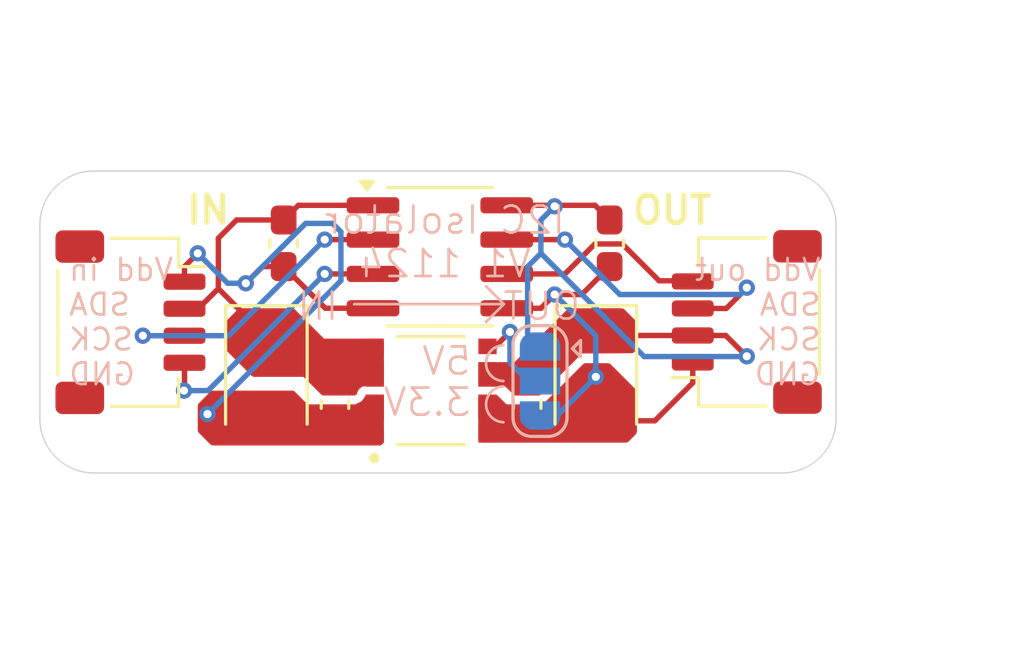
<source format=kicad_pcb>
(kicad_pcb (version 20240108) (generator "pcbnew") (generator_version "8.0")
  (title_block (comment 4 "AISLER Project ID: KXXBBYCQ"))
  (layers (0 "F.Cu" signal) (31 "B.Cu" signal) (34 "B.Paste" user) (35 "F.Paste" user) (36 "B.SilkS" user "B.Silkscreen") (37 "F.SilkS" user "F.Silkscreen") (38 "B.Mask" user) (39 "F.Mask" user) (44 "Edge.Cuts" user))
  (net 0 "")
  (net 1 "+5V")
  (net 2 "GND")
  (net 3 "+5Viso")
  (net 4 "GNDiso")
  (net 5 "SDA1")
  (net 6 "SCK1")
  (net 7 "SDA1iso")
  (net 8 "SCK1iso")
  (net 9 "Net-(JP1-C)")
  (footprint "Connector_JST:JST_SH_SM04B-SRSS-TB_1x04-1MP_P1.00mm_Horizontal" (layer "F.Cu") (at 136.448 76.21 -90)
    (property "Reference" "J6" (hide yes))
    (property "Value" "Conn_01x04_Socket")
    (fp_line (start -1.94 2.685) (end 1.94 2.685) (stroke (width 0.12)) (layer "F.SilkS"))
    (fp_line (start -3.11 0.715) (end -3.11 -1.785) (stroke (width 0.12)) (layer "F.SilkS"))
    (fp_line (start 3.11 0.715) (end 3.11 -1.785) (stroke (width 0.12)) (layer "F.SilkS"))
    (fp_line (start -3.11 -1.785) (end -2.06 -1.785) (stroke (width 0.12)) (layer "F.SilkS"))
    (fp_line (start -2.06 -1.785) (end -2.06 -2.775) (stroke (width 0.12)) (layer "F.SilkS"))
    (fp_line (start 3.11 -1.785) (end 2.06 -1.785) (stroke (width 0.12)) (layer "F.SilkS"))
    (pad "1" smd roundrect (at -1.5 -2 270) (size 0.6 1.55) (layers "F.Cu" "F.Paste" "F.Mask") (net 2 "GND"))
    (pad "2" smd roundrect (at -0.5 -2 270) (size 0.6 1.55) (layers "F.Cu" "F.Paste" "F.Mask") (net 1 "+5V"))
    (pad "3" smd roundrect (at 0.5 -2 270) (size 0.6 1.55) (layers "F.Cu" "F.Paste" "F.Mask") (net 5 "SDA1"))
    (pad "4" smd roundrect (at 1.5 -2 270) (size 0.6 1.55) (layers "F.Cu" "F.Paste" "F.Mask") (net 6 "SCK1"))
    (pad "MP" smd roundrect (at -2.8 1.875 270) (size 1.2 1.8) (layers "F.Cu" "F.Paste" "F.Mask") (roundrect_rratio 0.208333))
    (pad "MP" smd roundrect (at 2.8 1.875 270) (size 1.2 1.8) (layers "F.Cu" "F.Paste" "F.Mask") (roundrect_rratio 0.208333))
  )
  (footprint "Capacitor_SMD:C_0603_1608Metric_Pad1.08x0.95mm_HandSolder" (layer "F.Cu") (at 142.118 73.288 -90)
    (property "Reference" "C1" (hide yes))
    (property "Value" "100n")
    (fp_line (start -0.146267 0.51) (end 0.146267 0.51) (stroke (width 0.12)) (layer "F.SilkS"))
    (fp_line (start -0.146267 -0.51) (end 0.146267 -0.51) (stroke (width 0.12)) (layer "F.SilkS"))
    (pad "1" smd roundrect (at -0.8625 0 270) (size 1.075 0.95) (layers "F.Cu" "F.Paste" "F.Mask") (net 1 "+5V"))
    (pad "2" smd roundrect (at 0.8625 0 270) (size 1.075 0.95) (layers "F.Cu" "F.Paste" "F.Mask") (net 2 "GND"))
  )
  (footprint "Capacitor_SMD:C_0603_1608Metric_Pad1.08x0.95mm_HandSolder" (layer "F.Cu") (at 151.13 79.248 -90)
    (property "Reference" "C5" (hide yes))
    (property "Value" "100n")
    (fp_line (start -0.146267 0.51) (end 0.146267 0.51) (stroke (width 0.12)) (layer "F.SilkS"))
    (fp_line (start -0.146267 -0.51) (end 0.146267 -0.51) (stroke (width 0.12)) (layer "F.SilkS"))
    (pad "1" smd roundrect (at -0.8625 0 270) (size 1.075 0.95) (layers "F.Cu" "F.Paste" "F.Mask") (net 3 "+5Viso"))
    (pad "2" smd roundrect (at 0.8625 0 270) (size 1.075 0.95) (layers "F.Cu" "F.Paste" "F.Mask") (net 4 "GNDiso"))
  )
  (footprint "Package_SO:SOIC-8_3.9x4.9mm_P1.27mm" (layer "F.Cu") (at 147.898 73.787)
    (property "Reference" "U1" (hide yes))
    (property "Value" "ISO1641B")
    (fp_line (start 0 -2.56) (end -1.95 -2.56) (stroke (width 0.12)) (layer "F.SilkS"))
    (fp_line (start 0 -2.56) (end 1.95 -2.56) (stroke (width 0.12)) (layer "F.SilkS"))
    (fp_line (start 0 2.56) (end -1.95 2.56) (stroke (width 0.12)) (layer "F.SilkS"))
    (fp_line (start 0 2.56) (end 1.95 2.56) (stroke (width 0.12)) (layer "F.SilkS"))
    (fp_poly (pts (xy -2.7 -2.465) (xy -2.94 -2.795) (xy -2.46 -2.795) (xy -2.7 -2.465)) (stroke (width 0.12)) (fill solid) (layer "F.SilkS"))
    (pad "1" smd roundrect (at -2.475 -1.905) (size 1.95 0.6) (layers "F.Cu" "F.Paste" "F.Mask") (net 1 "+5V"))
    (pad "2" smd roundrect (at -2.475 -0.635) (size 1.95 0.6) (layers "F.Cu" "F.Paste" "F.Mask") (net 5 "SDA1"))
    (pad "3" smd roundrect (at -2.475 0.635) (size 1.95 0.6) (layers "F.Cu" "F.Paste" "F.Mask") (net 6 "SCK1"))
    (pad "4" smd roundrect (at -2.475 1.905) (size 1.95 0.6) (layers "F.Cu" "F.Paste" "F.Mask") (net 2 "GND"))
    (pad "5" smd roundrect (at 2.475 1.905) (size 1.95 0.6) (layers "F.Cu" "F.Paste" "F.Mask") (net 4 "GNDiso"))
    (pad "6" smd roundrect (at 2.475 0.635) (size 1.95 0.6) (layers "F.Cu" "F.Paste" "F.Mask") (net 8 "SCK1iso"))
    (pad "7" smd roundrect (at 2.475 -0.635) (size 1.95 0.6) (layers "F.Cu" "F.Paste" "F.Mask") (net 7 "SDA1iso"))
    (pad "8" smd roundrect (at 2.475 -1.905) (size 1.95 0.6) (layers "F.Cu" "F.Paste" "F.Mask") (net 3 "+5Viso"))
  )
  (footprint "Connector_JST:JST_SH_SM04B-SRSS-TB_1x04-1MP_P1.00mm_Horizontal" (layer "F.Cu") (at 159.258 76.2 90)
    (property "Reference" "J5" (hide yes))
    (property "Value" "Conn_01x04_Socket")
    (fp_line (start 3.11 -1.785) (end 2.06 -1.785) (stroke (width 0.12)) (layer "F.SilkS"))
    (fp_line (start -2.06 -1.785) (end -2.06 -2.775) (stroke (width 0.12)) (layer "F.SilkS"))
    (fp_line (start -3.11 -1.785) (end -2.06 -1.785) (stroke (width 0.12)) (layer "F.SilkS"))
    (fp_line (start 3.11 0.715) (end 3.11 -1.785) (stroke (width 0.12)) (layer "F.SilkS"))
    (fp_line (start -3.11 0.715) (end -3.11 -1.785) (stroke (width 0.12)) (layer "F.SilkS"))
    (fp_line (start -1.94 2.685) (end 1.94 2.685) (stroke (width 0.12)) (layer "F.SilkS"))
    (pad "1" smd roundrect (at -1.5 -2 90) (size 0.6 1.55) (layers "F.Cu" "F.Paste" "F.Mask") (net 4 "GNDiso"))
    (pad "2" smd roundrect (at -0.5 -2 90) (size 0.6 1.55) (layers "F.Cu" "F.Paste" "F.Mask") (net 3 "+5Viso"))
    (pad "3" smd roundrect (at 0.5 -2 90) (size 0.6 1.55) (layers "F.Cu" "F.Paste" "F.Mask") (net 7 "SDA1iso"))
    (pad "4" smd roundrect (at 1.5 -2 90) (size 0.6 1.55) (layers "F.Cu" "F.Paste" "F.Mask") (net 8 "SCK1iso"))
    (pad "MP" smd roundrect (at -2.8 1.875 90) (size 1.2 1.8) (layers "F.Cu" "F.Paste" "F.Mask") (roundrect_rratio 0.208333))
    (pad "MP" smd roundrect (at 2.8 1.875 90) (size 1.2 1.8) (layers "F.Cu" "F.Paste" "F.Mask") (roundrect_rratio 0.208333))
  )
  (footprint "Capacitor_SMD:C_0603_1608Metric_Pad1.08x0.95mm_HandSolder" (layer "F.Cu") (at 154.183 73.288 -90)
    (property "Reference" "C2" (hide yes))
    (property "Value" "100n")
    (fp_line (start -0.146267 0.51) (end 0.146267 0.51) (stroke (width 0.12)) (layer "F.SilkS"))
    (fp_line (start -0.146267 -0.51) (end 0.146267 -0.51) (stroke (width 0.12)) (layer "F.SilkS"))
    (pad "1" smd roundrect (at -0.8625 0 270) (size 1.075 0.95) (layers "F.Cu" "F.Paste" "F.Mask") (net 3 "+5Viso"))
    (pad "2" smd roundrect (at 0.8625 0 270) (size 1.075 0.95) (layers "F.Cu" "F.Paste" "F.Mask") (net 4 "GNDiso"))
  )
  (footprint "_PS_LIB_PCB:CONV_R05C1TF05S-R" (layer "F.Cu") (at 147.574 78.74 90)
    (property "Reference" "U2" (hide yes))
    (property "Value" "R05C1TF05S-R")
    (fp_line (start 2 -1.25) (end 2 1.25) (stroke (width 0.127)) (layer "F.SilkS"))
    (fp_line (start -2 -1.25) (end -2 1.25) (stroke (width 0.127)) (layer "F.SilkS"))
    (fp_circle (center -2.5 -2.1) (end -2.4 -2.1) (stroke (width 0.2)) (fill none) (layer "F.SilkS"))
    (pad "1" smd custom (at -1.6375 -2.0875 90) (size 0.1 0.1) (layers "F.Cu") (net 2 "GND") (options (clearance outline) (anchor rect)) (primitives (gr_poly (pts (xy -0.2875 -0.3375) (xy -0.2875 0.3375) (xy 0.1375 0.3375) (xy 0.2875 0.1875) (xy 0.2875 -0.3375)) (width 0.01) (fill yes))))
    (pad "2_3" smd custom (at -0.6 -2.0875 90) (size 0.3 0.3) (layers "F.Cu") (net 2 "GND") (options (clearance outline) (anchor rect)) (primitives (gr_poly (pts (xy -0.45 -0.3375) (xy -0.45 0.3375) (xy 0.45 0.3375) (xy 0.45 -0.3375) (xy 0.15 -0.3375) (xy 0.15 -0.2125) (xy -0.15 -0.2125) (xy -0.15 -0.3375)) (width 0.01) (fill yes))))
    (pad "4_5" smd custom (at 0.6 -2.0875 90) (size 0.3 0.3) (layers "F.Cu") (net 1 "+5V") (options (clearance outline) (anchor rect)) (primitives (gr_poly (pts (xy -0.45 -0.3375) (xy -0.45 0.3375) (xy 0.45 0.3375) (xy 0.45 -0.3375) (xy 0.15 -0.3375) (xy 0.15 -0.2125) (xy -0.15 -0.2125) (xy -0.15 -0.3375)) (width 0.01) (fill yes))))
    (pad "6" smd rect (at 1.6375 -2.0875 90) (size 0.575 0.675) (layers "F.Cu" "F.Paste" "F.Mask") (net 1 "+5V"))
    (pad "7" smd rect (at 1.6375 2.0875 90) (size 0.575 0.675) (layers "F.Cu" "F.Paste" "F.Mask") (net 9 "Net-(JP1-C)"))
    (pad "8_9" smd custom (at 0.6 2.0875 90) (size 0.3 0.3) (layers "F.Cu") (net 3 "+5Viso") (options (clearance outline) (anchor rect)) (primitives (gr_poly (pts (xy -0.45 0.3375) (xy -0.45 -0.3375) (xy 0.45 -0.3375) (xy 0.45 0.3375) (xy 0.15 0.3375) (xy 0.15 0.2125) (xy -0.15 0.2125) (xy -0.15 0.3375)) (width 0.01) (fill yes))))
    (pad "10_11" smd custom (at -0.6 2.0875 90) (size 0.3 0.3) (layers "F.Cu") (net 4 "GNDiso") (options (clearance outline) (anchor rect)) (primitives (gr_poly (pts (xy -0.45 0.3375) (xy -0.45 -0.3375) (xy 0.45 -0.3375) (xy 0.45 0.3375) (xy 0.15 0.3375) (xy 0.15 0.2125) (xy -0.15 0.2125) (xy -0.15 0.3375)) (width 0.01) (fill yes))))
    (pad "12" smd rect (at -1.6375 2.0875 90) (size 0.575 0.675) (layers "F.Cu" "F.Paste" "F.Mask") (net 4 "GNDiso"))
  )
  (footprint "Capacitor_SMD:C_0603_1608Metric_Pad1.08x0.95mm_HandSolder" (layer "F.Cu") (at 144.018 79.248 -90)
    (property "Reference" "C4" (hide yes))
    (property "Value" "100n")
    (fp_line (start -0.146267 0.51) (end 0.146267 0.51) (stroke (width 0.12)) (layer "F.SilkS"))
    (fp_line (start -0.146267 -0.51) (end 0.146267 -0.51) (stroke (width 0.12)) (layer "F.SilkS"))
    (pad "1" smd roundrect (at -0.8625 0 270) (size 1.075 0.95) (layers "F.Cu" "F.Paste" "F.Mask") (net 1 "+5V"))
    (pad "2" smd roundrect (at 0.8625 0 270) (size 1.075 0.95) (layers "F.Cu" "F.Paste" "F.Mask") (net 2 "GND"))
  )
  (footprint "Capacitor_Tantalum_SMD:CP_EIA-3528-21_Kemet-B_Pad1.50x2.35mm_HandSolder" (layer "F.Cu") (at 141.478 78.232 -90)
    (property "Reference" "C3" (hide yes))
    (property "Value" "22u")
    (fp_line (start -2.635 1.51) (end 1.75 1.51) (stroke (width 0.12)) (layer "F.SilkS"))
    (fp_line (start -2.635 -1.51) (end -2.635 1.51) (stroke (width 0.12)) (layer "F.SilkS"))
    (fp_line (start 1.75 -1.51) (end -2.635 -1.51) (stroke (width 0.12)) (layer "F.SilkS"))
    (pad "1" smd roundrect (at -1.625 0 270) (size 1.5 2.35) (layers "F.Cu" "F.Paste" "F.Mask") (roundrect_rratio 0.166667) (net 1 "+5V"))
    (pad "2" smd roundrect (at 1.625 0 270) (size 1.5 2.35) (layers "F.Cu" "F.Paste" "F.Mask") (roundrect_rratio 0.166667) (net 2 "GND"))
  )
  (footprint "Capacitor_Tantalum_SMD:CP_EIA-3528-21_Kemet-B_Pad1.50x2.35mm_HandSolder" (layer "F.Cu") (at 153.67 78.232 -90)
    (property "Reference" "C6" (hide yes))
    (property "Value" "22u")
    (fp_line (start -2.635 1.51) (end 1.75 1.51) (stroke (width 0.12)) (layer "F.SilkS"))
    (fp_line (start -2.635 -1.51) (end -2.635 1.51) (stroke (width 0.12)) (layer "F.SilkS"))
    (fp_line (start 1.75 -1.51) (end -2.635 -1.51) (stroke (width 0.12)) (layer "F.SilkS"))
    (pad "1" smd roundrect (at -1.625 0 270) (size 1.5 2.35) (layers "F.Cu" "F.Paste" "F.Mask") (roundrect_rratio 0.166667) (net 3 "+5Viso"))
    (pad "2" smd roundrect (at 1.625 0 270) (size 1.5 2.35) (layers "F.Cu" "F.Paste" "F.Mask") (roundrect_rratio 0.166667) (net 4 "GNDiso"))
  )
  (footprint "Jumper:SolderJumper-3_P1.3mm_Open_RoundedPad1.0x1.5mm" (layer "B.Cu") (at 151.605 78.3855 -90)
    (property "Reference" "JP1" (hide yes))
    (property "Value" "Jumper_3_Open")
    (fp_line (start 1.4 1) (end -1.4 1) (stroke (width 0.12)) (layer "B.SilkS"))
    (fp_line (start -2.05 0.3) (end -2.05 -0.3) (stroke (width 0.12)) (layer "B.SilkS"))
    (fp_line (start 2.05 -0.3) (end 2.05 0.3) (stroke (width 0.12)) (layer "B.SilkS"))
    (fp_line (start -1.4 -1) (end 1.4 -1) (stroke (width 0.12)) (layer "B.SilkS"))
    (fp_line (start -1.5 -1.5) (end -1.2 -1.2) (stroke (width 0.12)) (layer "B.SilkS"))
    (fp_line (start -0.9 -1.5) (end -1.2 -1.2) (stroke (width 0.12)) (layer "B.SilkS"))
    (fp_line (start -0.9 -1.5) (end -1.5 -1.5) (stroke (width 0.12)) (layer "B.SilkS"))
    (fp_arc (start -1.35 1) (mid -1.844975 0.794975) (end -2.05 0.3) (stroke (width 0.12)) (layer "B.SilkS"))
    (fp_arc (start 2.05 0.3) (mid 1.844975 0.794975) (end 1.35 1) (stroke (width 0.12)) (layer "B.SilkS"))
    (fp_arc (start -2.05 -0.3) (mid -1.844975 -0.794975) (end -1.35 -1) (stroke (width 0.12)) (layer "B.SilkS"))
    (fp_arc (start 1.35 -1) (mid 1.844975 -0.794975) (end 2.05 -0.3) (stroke (width 0.12)) (layer "B.SilkS"))
    (pad "1" smd custom (at -1.3 0 270) (size 1 0.5) (layers "B.Cu" "B.Mask") (net 3 "+5Viso") (options (clearance outline) (anchor rect)) (primitives (gr_circle (center 0 -0.25) (end 0.5 -0.25) (width 0) (fill yes)) (gr_circle (center 0 0.25) (end 0.5 0.25) (width 0) (fill yes)) (gr_poly (pts (xy 0.55 -0.75) (xy 0 -0.75) (xy 0 0.75) (xy 0.55 0.75)) (width 0) (fill yes))))
    (pad "2" smd rect (at 0 0 270) (size 1 1.5) (layers "B.Cu" "B.Mask") (net 9 "Net-(JP1-C)"))
    (pad "3" smd custom (at 1.3 0 270) (size 1 0.5) (layers "B.Cu" "B.Mask") (net 4 "GNDiso") (options (clearance outline) (anchor rect)) (primitives (gr_circle (center 0 -0.25) (end 0.5 -0.25) (width 0) (fill yes)) (gr_circle (center 0 0.25) (end 0.5 0.25) (width 0) (fill yes)) (gr_poly (pts (xy 0 -0.75) (xy -0.55 -0.75) (xy -0.55 0.75) (xy 0 0.75)) (width 0) (fill yes))))
  )
  (gr_line (start 150.2664 75.5396) (end 149.606 76.2) (stroke (width 0.1)) (layer "B.SilkS"))
  (gr_line (start 150.2664 75.5396) (end 149.606 74.8792) (stroke (width 0.1)) (layer "B.SilkS"))
  (gr_line (start 144.7292 75.5396) (end 150.2664 75.5396) (stroke (width 0.1)) (layer "B.SilkS"))
  (gr_arc (start 150.250718 78.3855) (mid 149.606 77.723667) (end 150.251384 77.062484) (stroke (width 0.1)) (layer "B.SilkS"))
  (gr_arc (start 150.250718 79.909833) (mid 149.606 79.248) (end 150.251384 78.586817) (stroke (width 0.1)) (layer "B.SilkS"))
  (gr_arc (start 160.56 70.612) (mid 161.974214 71.197786) (end 162.56 72.612) (stroke (width 0.05)) (layer "Edge.Cuts"))
  (gr_line (start 133.096 72.612) (end 133.096 79.788) (stroke (width 0.05)) (layer "Edge.Cuts"))
  (gr_line (start 162.56 79.788) (end 162.56 72.612) (stroke (width 0.05)) (layer "Edge.Cuts"))
  (gr_arc (start 133.096 72.612) (mid 133.681786 71.197786) (end 135.096 70.612) (stroke (width 0.05)) (layer "Edge.Cuts"))
  (gr_line (start 160.56 70.612) (end 135.096 70.612) (stroke (width 0.05)) (layer "Edge.Cuts"))
  (gr_line (start 135.096 81.788) (end 160.56 81.788) (stroke (width 0.05)) (layer "Edge.Cuts"))
  (gr_arc (start 162.56 79.788) (mid 161.974214 81.202214) (end 160.56 81.788) (stroke (width 0.05)) (layer "Edge.Cuts"))
  (gr_arc (start 135.096 81.788) (mid 133.681786 81.202214) (end 133.096 79.788) (stroke (width 0.05)) (layer "Edge.Cuts"))
  (gr_text "3.3V" (at 149.114 79.756 0) (layer "B.SilkS") (effects (font (size 1 1) (thickness 0.1)) (justify left bottom mirror)))
  (gr_text "I2C Isolator\nV1 1124" (at 148.082 74.6252 0) (layer "B.SilkS") (effects (font (size 1 1) (thickness 0.1)) (justify bottom mirror)))
  (gr_text "5V" (at 149.114 78.232 0) (layer "B.SilkS") (effects (font (size 1 1) (thickness 0.1)) (justify left bottom mirror)))
  (gr_text "OUT        IN" (at 153.162 76.2 0) (layer "B.SilkS") (effects (font (size 1 1) (thickness 0.1)) (justify left bottom mirror)))
  (gr_text "Vdd in\nSDA\nSCK\nGND" (at 134.112 76.2 0) (layer "B.SilkS") (effects (font (size 0.8 0.8) (thickness 0.1)) (justify right mirror)))
  (gr_text "Vdd out\nSDA\nSCK\nGND" (at 162.052 76.2 0) (layer "B.SilkS") (effects (font (size 0.8 0.8) (thickness 0.1)) (justify left mirror)))
  (gr_text "OUT" (at 154.94 72.644 0) (layer "F.SilkS") (effects (font (size 1 1) (thickness 0.2) (bold yes)) (justify left bottom)))
  (gr_text "IN" (at 138.43 72.644 0) (layer "F.SilkS") (effects (font (size 1 1) (thickness 0.2) (bold yes)) (justify left bottom)))
  (segment (start 139.7 73.1012) (end 140.3757 72.4255) (width 0.2) (layer "F.Cu") (net 1))
  (segment (start 140.3757 72.4255) (end 142.118 72.4255) (width 0.2) (layer "F.Cu") (net 1))
  (segment (start 138.448 75.71) (end 138.955 75.71) (width 0.2) (layer "F.Cu") (net 1))
  (segment (start 138.955 75.71) (end 139.7 74.965) (width 0.2) (layer "F.Cu") (net 1))
  (segment (start 142.6615 71.882) (end 142.118 72.4255) (width 0.2) (layer "F.Cu") (net 1))
  (segment (start 139.7 74.965) (end 139.7 73.1012) (width 0.2) (layer "F.Cu") (net 1))
  (segment (start 143.2565 78.3855) (end 141.478 76.607) (width 0.2) (layer "F.Cu") (net 1))
  (segment (start 144.018 78.3855) (end 143.2565 78.3855) (width 0.2) (layer "F.Cu") (net 1))
  (segment (start 145.423 71.882) (end 142.6615 71.882) (width 0.2) (layer "F.Cu") (net 1))
  (segment (start 141.398 76.663) (end 139.7 74.965) (width 0.2) (layer "F.Cu") (net 1))
  (segment (start 141.478 79.857) (end 143.7645 79.857) (width 0.2) (layer "F.Cu") (net 2))
  (segment (start 143.7645 79.857) (end 144.018 80.1105) (width 0.2) (layer "F.Cu") (net 2))
  (segment (start 142.118 74.1505) (end 143.6595 75.692) (width 0.2) (layer "F.Cu") (net 2))
  (segment (start 143.6595 75.692) (end 145.423 75.692) (width 0.2) (layer "F.Cu") (net 2))
  (segment (start 141.3335 74.1505) (end 140.716 74.768) (width 0.2) (layer "F.Cu") (net 2))
  (segment (start 138.448 74.15) (end 138.938 73.66) (width 0.2) (layer "F.Cu") (net 2))
  (segment (start 142.118 74.1505) (end 141.3335 74.1505) (width 0.2) (layer "F.Cu") (net 2))
  (segment (start 139.298765 79.608765) (end 139.547 79.857) (width 0.2) (layer "F.Cu") (net 2))
  (segment (start 138.448 74.71) (end 138.448 74.15) (width 0.2) (layer "F.Cu") (net 2))
  (segment (start 139.547 79.857) (end 141.478 79.857) (width 0.2) (layer "F.Cu") (net 2))
  (via (at 138.938 73.66) (size 0.6) (drill 0.3) (layers "F.Cu" "B.Cu") (net 2))
  (via (at 140.716 74.768) (size 0.6) (drill 0.3) (layers "F.Cu" "B.Cu") (net 2))
  (via (at 139.298765 79.608765) (size 0.6) (drill 0.3) (layers "F.Cu" "B.Cu") (net 2))
  (segment (start 138.938 73.66) (end 140.046 74.768) (width 0.2) (layer "B.Cu") (net 2))
  (segment (start 144.237 74.67053) (end 144.237 72.863) (width 0.2) (layer "B.Cu") (net 2))
  (segment (start 144.237 72.863) (end 143.926 72.552) (width 0.2) (layer "B.Cu") (net 2))
  (segment (start 142.932 72.552) (end 140.716 74.768) (width 0.2) (layer "B.Cu") (net 2))
  (segment (start 143.926 72.552) (end 142.932 72.552) (width 0.2) (layer "B.Cu") (net 2))
  (segment (start 139.298765 79.608765) (end 144.237 74.67053) (width 0.2) (layer "B.Cu") (net 2))
  (segment (start 140.046 74.768) (end 140.716 74.768) (width 0.2) (layer "B.Cu") (net 2))
  (segment (start 154.17 76.7) (end 157.258 76.7) (width 0.2) (layer "F.Cu") (net 3))
  (segment (start 153.6395 71.882) (end 150.373 71.882) (width 0.2) (layer "F.Cu") (net 3))
  (segment (start 153.67 76.607) (end 154.077 76.607) (width 0.2) (layer "F.Cu") (net 3))
  (segment (start 151.8915 78.3855) (end 153.67 76.607) (width 0.2) (layer "F.Cu") (net 3))
  (segment (start 159.258 77.48) (end 159.258 77.47) (width 0.2) (layer "F.Cu") (net 3))
  (segment (start 158.478 76.7) (end 157.258 76.7) (width 0.2) (layer "F.Cu") (net 3))
  (segment (start 154.183 72.4255) (end 153.6395 71.882) (width 0.2) (layer "F.Cu") (net 3))
  (segment (start 151.13 78.3855) (end 151.8915 78.3855) (width 0.2) (layer "F.Cu") (net 3))
  (segment (start 159.258 77.48) (end 158.478 76.7) (width 0.2) (layer "F.Cu") (net 3))
  (segment (start 154.077 76.607) (end 154.17 76.7) (width 0.2) (layer "F.Cu") (net 3))
  (via (at 159.258 77.47) (size 0.6) (drill 0.3) (layers "F.Cu" "B.Cu") (net 3))
  (via (at 152.146 71.92) (size 0.6) (drill 0.3) (layers "F.Cu" "B.Cu") (net 3))
  (segment (start 151.605 77.0855) (end 151.145504 76.626004) (width 0.2) (layer "B.Cu") (net 3))
  (segment (start 155.458 77.48) (end 159.258 77.48) (width 0.2) (layer "B.Cu") (net 3))
  (segment (start 151.638 73.66) (end 155.458 77.48) (width 0.2) (layer "B.Cu") (net 3))
  (segment (start 151.638 72.428) (end 151.638 73.66) (width 0.2) (layer "B.Cu") (net 3))
  (segment (start 151.145504 74.152496) (end 151.638 73.66) (width 0.2) (layer "B.Cu") (net 3))
  (segment (start 151.145504 76.626004) (end 151.145504 74.152496) (width 0.2) (layer "B.Cu") (net 3))
  (segment (start 152.146 71.92) (end 151.638 72.428) (width 0.2) (layer "B.Cu") (net 3))
  (segment (start 154.183 74.1505) (end 153.1495 75.184) (width 0.2) (layer "F.Cu") (net 4))
  (segment (start 157.258 77.7) (end 157.258 78.454) (width 0.2) (layer "F.Cu") (net 4))
  (segment (start 154.585 79.857) (end 154.748 80.02) (width 0.2) (layer "F.Cu") (net 4))
  (segment (start 153.1495 75.184) (end 152.146 75.184) (width 0.2) (layer "F.Cu") (net 4))
  (segment (start 151.638 75.692) (end 150.373 75.692) (width 0.2) (layer "F.Cu") (net 4))
  (segment (start 153.67 79.857) (end 153.67 78.232) (width 0.2) (layer "F.Cu") (net 4))
  (segment (start 153.4165 80.1105) (end 153.67 79.857) (width 0.2) (layer "F.Cu") (net 4))
  (segment (start 153.67 79.857) (end 154.585 79.857) (width 0.2) (layer "F.Cu") (net 4))
  (segment (start 154.398 74.3655) (end 154.183 74.1505) (width 0.2) (layer "F.Cu") (net 4))
  (segment (start 151.13 80.1105) (end 153.4165 80.1105) (width 0.2) (layer "F.Cu") (net 4))
  (segment (start 155.855 79.857) (end 153.67 79.857) (width 0.2) (layer "F.Cu") (net 4))
  (segment (start 152.146 75.184) (end 151.638 75.692) (width 0.2) (layer "F.Cu") (net 4))
  (segment (start 157.258 78.454) (end 155.855 79.857) (width 0.2) (layer "F.Cu") (net 4))
  (via (at 153.67 78.232) (size 0.6) (drill 0.3) (layers "F.Cu" "B.Cu") (net 4))
  (via (at 152.146 75.184) (size 0.6) (drill 0.3) (layers "F.Cu" "B.Cu") (net 4))
  (segment (start 151.605 79.6855) (end 152.2165 79.6855) (width 0.2) (layer "B.Cu") (net 4))
  (segment (start 152.2165 79.6855) (end 153.67 78.232) (width 0.2) (layer "B.Cu") (net 4))
  (segment (start 153.67 76.708) (end 153.67 78.232) (width 0.2) (layer "B.Cu") (net 4))
  (segment (start 152.146 75.184) (end 153.67 76.708) (width 0.2) (layer "B.Cu") (net 4))
  (segment (start 143.637 73.152) (end 145.423 73.152) (width 0.2) (layer "F.Cu") (net 5))
  (segment (start 137.206 76.708) (end 137.208 76.71) (width 0.2) (layer "F.Cu") (net 5))
  (segment (start 137.208 76.71) (end 138.448 76.71) (width 0.2) (layer "F.Cu") (net 5))
  (segment (start 136.906 76.708) (end 137.206 76.708) (width 0.2) (layer "F.Cu") (net 5))
  (via (at 143.637 73.152) (size 0.6) (drill 0.3) (layers "F.Cu" "B.Cu") (net 5))
  (via (at 136.906 76.708) (size 0.6) (drill 0.3) (layers "F.Cu" "B.Cu") (net 5))
  (segment (start 140.081 76.708) (end 143.637 73.152) (width 0.2) (layer "B.Cu") (net 5))
  (segment (start 136.906 76.708) (end 140.081 76.708) (width 0.2) (layer "B.Cu") (net 5))
  (segment (start 143.637 74.422) (end 145.423 74.422) (width 0.2) (layer "F.Cu") (net 6))
  (segment (start 138.43 78.74) (end 138.448 78.722) (width 0.2) (layer "F.Cu") (net 6))
  (segment (start 138.448 78.722) (end 138.448 77.71) (width 0.2) (layer "F.Cu") (net 6))
  (via (at 138.43 78.74) (size 0.6) (drill 0.3) (layers "F.Cu" "B.Cu") (net 6))
  (via (at 143.637 74.422) (size 0.6) (drill 0.3) (layers "F.Cu" "B.Cu") (net 6))
  (segment (start 139.319 78.74) (end 139.5095 78.5495) (width 0.2) (layer "B.Cu") (net 6))
  (segment (start 138.43 78.74) (end 139.319 78.74) (width 0.2) (layer "B.Cu") (net 6))
  (segment (start 139.5095 78.5495) (end 143.637 74.422) (width 0.2) (layer "B.Cu") (net 6))
  (segment (start 159.258 74.94) (end 159.258 74.93) (width 0.2) (layer "F.Cu") (net 7))
  (segment (start 152.527 73.152) (end 150.373 73.152) (width 0.2) (layer "F.Cu") (net 7))
  (segment (start 159.258 74.94) (end 158.498 75.7) (width 0.2) (layer "F.Cu") (net 7))
  (segment (start 158.498 75.7) (end 157.258 75.7) (width 0.2) (layer "F.Cu") (net 7))
  (via (at 159.258 74.93) (size 0.6) (drill 0.3) (layers "F.Cu" "B.Cu") (net 7))
  (via (at 152.527 73.152) (size 0.6) (drill 0.3) (layers "F.Cu" "B.Cu") (net 7))
  (segment (start 159.014 75.184) (end 159.258 74.94) (width 0.2) (layer "B.Cu") (net 7))
  (segment (start 154.559 75.184) (end 159.014 75.184) (width 0.2) (layer "B.Cu") (net 7))
  (segment (start 152.527 73.152) (end 154.559 75.184) (width 0.2) (layer "B.Cu") (net 7))
  (segment (start 157.234 74.676) (end 157.258 74.7) (width 0.2) (layer "F.Cu") (net 8))
  (segment (start 156.012722 74.676) (end 157.234 74.676) (width 0.2) (layer "F.Cu") (net 8))
  (segment (start 153.636 73.313) (end 154.649722 73.313) (width 0.2) (layer "F.Cu") (net 8))
  (segment (start 152.527 74.422) (end 150.373 74.422) (width 0.2) (layer "F.Cu") (net 8))
  (segment (start 154.649722 73.313) (end 156.012722 74.676) (width 0.2) (layer "F.Cu") (net 8))
  (segment (start 152.527 74.422) (end 153.636 73.313) (width 0.2) (layer "F.Cu") (net 8))
  (segment (start 149.958416 77.1025) (end 149.6615 77.1025) (width 0.2) (layer "F.Cu") (net 9))
  (segment (start 150.492956 76.56796) (end 149.958416 77.1025) (width 0.2) (layer "F.Cu") (net 9))
  (via (at 150.492956 76.56796) (size 0.6) (drill 0.3) (layers "F.Cu" "B.Cu") (net 9))
  (segment (start 151.173664 78.3855) (end 151.605 78.3855) (width 0.2) (layer "B.Cu") (net 9))
  (segment (start 150.492956 76.56796) (end 150.492956 77.704792) (width 0.2) (layer "B.Cu") (net 9))
  (segment (start 150.492956 77.704792) (end 151.173664 78.3855) (width 0.2) (layer "B.Cu") (net 9))
  (zone (net 1) (net_name "+5V") (layer "F.Cu") (priority 1) (connect_pads yes (clearance 0.3)) (min_thickness 0.25) (fill yes (thermal_gap 0.5) (thermal_bridge_width 0.5))
    (polygon (pts (xy 145.829 78.59) (xy 145.829 76.815) (xy 143.611 76.815) (xy 142.488 75.692) (xy 140.462 75.692) (xy 139.954 76.2) (xy 139.954 77.216) (xy 140.97 78.232) (xy 142.852 78.232) (xy 143.543 78.923) (xy 144.811 78.923) (xy 145.144 78.59)))
  )
  (zone (net 4) (net_name "GNDiso") (layer "F.Cu") (priority 2) (connect_pads yes (clearance 0.3)) (min_thickness 0.25) (fill yes (thermal_gap 0.5) (thermal_bridge_width 0.5))
    (polygon (pts (xy 149.324 80.665) (xy 154.845 80.665) (xy 155.194 80.316) (xy 155.194 78.74) (xy 154.178 77.724) (xy 153.162 77.724) (xy 151.638 79.248) (xy 150.364072 79.248) (xy 150.002536 78.886464) (xy 149.322536 78.886464) (xy 149.319 78.89) (xy 149.319 80.66)))
  )
  (zone (net 2) (net_name "GND") (layer "F.Cu") (connect_pads yes (clearance 0.3)) (min_thickness 0.25) (fill yes (thermal_gap 0.5) (thermal_bridge_width 0.5))
    (polygon (pts (xy 139.446 80.772) (xy 138.938 80.264) (xy 138.938 79.248) (xy 139.446 78.74) (xy 142.494 78.74) (xy 143.002 79.248) (xy 144.786 79.248) (xy 145.149 78.885) (xy 145.824 78.885) (xy 145.829 78.89) (xy 145.829 80.665) (xy 145.722 80.772)))
  )
  (zone (net 3) (net_name "+5Viso") (layer "F.Cu") (priority 3) (connect_pads yes (clearance 0.3)) (min_thickness 0.25) (fill yes (thermal_gap 0.5) (thermal_bridge_width 0.5))
    (polygon (pts (xy 149.324 78.595) (xy 150.327 78.595) (xy 150.655 78.923) (xy 151.605 78.923) (xy 153.162 77.366) (xy 154.845 77.357) (xy 155.053 77.357) (xy 155.194 77.216) (xy 155.194 76.2) (xy 154.686 75.692) (xy 152.654 75.692) (xy 150.661 77.685) (xy 149.324 77.685)))
  )
)
</source>
